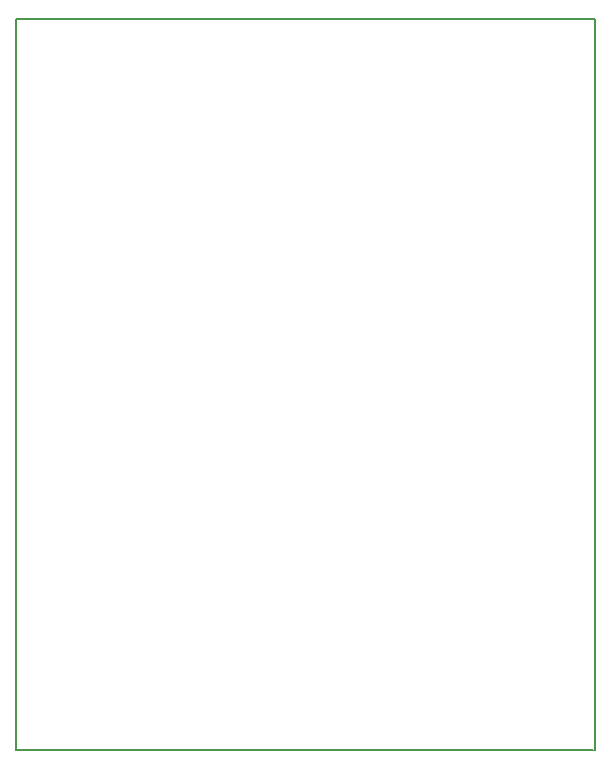
<source format=gbr>
G04 #@! TF.FileFunction,Other,User*
%FSLAX46Y46*%
G04 Gerber Fmt 4.6, Leading zero omitted, Abs format (unit mm)*
G04 Created by KiCad (PCBNEW 4.0.4-stable) date 11/02/17 18:15:52*
%MOMM*%
%LPD*%
G01*
G04 APERTURE LIST*
%ADD10C,0.100000*%
%ADD11C,0.200000*%
G04 APERTURE END LIST*
D10*
D11*
X137108000Y-118900105D02*
X137108000Y-56999906D01*
X185995000Y-118900000D02*
X137100000Y-118900000D01*
X186130000Y-56999993D02*
X186130000Y-118900152D01*
X137100000Y-57000000D02*
X186122000Y-57000000D01*
M02*

</source>
